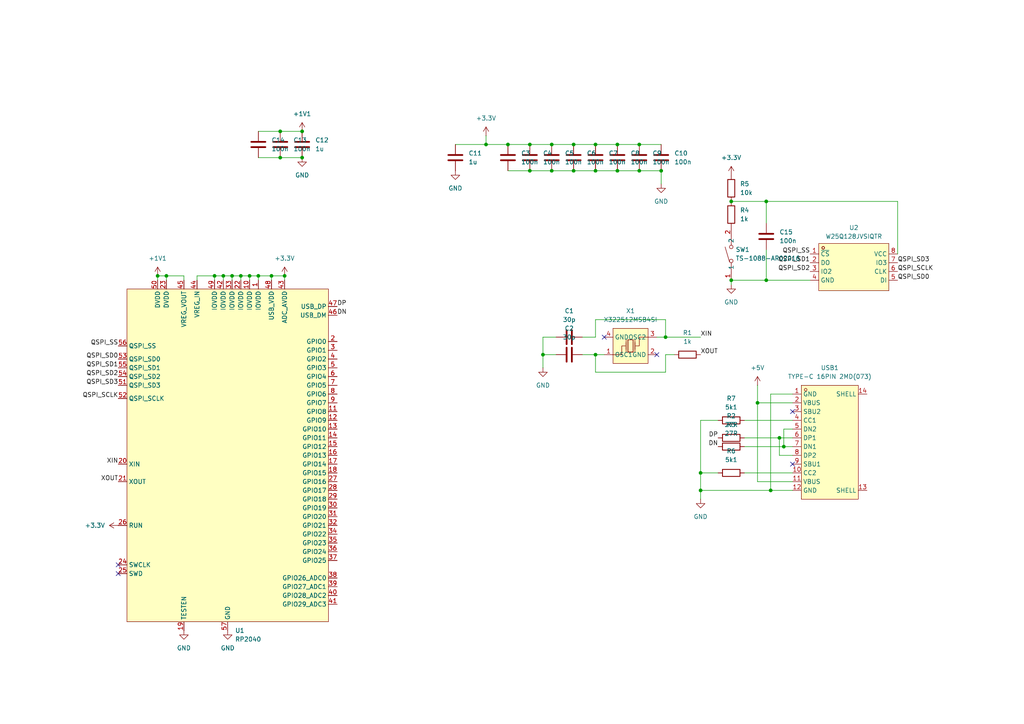
<source format=kicad_sch>
(kicad_sch (version 20250114) (generator "eeschema") (generator_version "9.0")
  (paper "A4")
  (lib_symbols
    (symbol "Device:C" (pin_numbers (hide yes)) (pin_names (offset 0.254))
      (property "Reference" "C" (at 0.635 2.54 0))
      (property "Value" "C" (at 0.635 -2.54 0))
      (symbol "C_0_1"
        (polyline (pts (xy -2.032 0.762) (xy 2.032 0.762)) (stroke (width 0.508)))
        (polyline (pts (xy -2.032 -0.762) (xy 2.032 -0.762)) (stroke (width 0.508)))
      )
      (symbol "C_1_1"
        (pin passive line (at 0 3.81 270) (length 2.794) (name "~") (number "1"))
        (pin passive line (at 0 -3.81 90) (length 2.794) (name "~") (number "2"))
      )
    )
    (symbol "Device:R" (pin_numbers (hide yes)) (pin_names (offset 0))
      (property "Reference" "R" (at 2.032 0 90))
      (property "Value" "R" (at 0 0 90))
      (symbol "R_0_1"
        (rectangle (start -1.016 -2.54) (end 1.016 2.54) (stroke (width 0.254)))
      )
      (symbol "R_1_1"
        (pin passive line (at 0 3.81 270) (length 1.27) (name "~") (number "1"))
        (pin passive line (at 0 -3.81 90) (length 1.27) (name "~") (number "2"))
      )
    )
    (symbol "easyeda2kicad:RP2040"
      (property "Reference" "U" (at 0 58.42 0))
      (property "Value" "RP2040" (at 0 -53.34 0))
      (symbol "RP2040_0_1"
        (rectangle (start -29.21 50.8) (end 29.21 -45.72) (fill (type background)))
        (pin bidirectional line (at -31.75 34.29 0) (length 2.54) (name "QSPI_SS") (number "56"))
        (pin bidirectional line (at -31.75 30.48 0) (length 2.54) (name "QSPI_SD0") (number "53"))
        (pin bidirectional line (at -31.75 27.94 0) (length 2.54) (name "QSPI_SD1") (number "55"))
        (pin bidirectional line (at -31.75 25.4 0) (length 2.54) (name "QSPI_SD2") (number "54"))
        (pin bidirectional line (at -31.75 22.86 0) (length 2.54) (name "QSPI_SD3") (number "51"))
        (pin output line (at -31.75 19.05 0) (length 2.54) (name "QSPI_SCLK") (number "52"))
        (pin input line (at -31.75 0 0) (length 2.54) (name "XIN") (number "20"))
        (pin unspecified line (at -31.75 -5.08 0) (length 2.54) (name "XOUT") (number "21"))
        (pin input line (at -31.75 -17.78 0) (length 2.54) (name "RUN") (number "26"))
        (pin output line (at -31.75 -29.21 0) (length 2.54) (name "SWCLK") (number "24"))
        (pin bidirectional line (at -31.75 -31.75 0) (length 2.54) (name "SWD") (number "25"))
        (pin bidirectional line (at -20.32 53.34 270) (length 2.54) (name "DVDD") (number "50"))
        (pin bidirectional line (at -17.78 53.34 270) (length 2.54) (name "DVDD") (number "23"))
        (pin bidirectional line (at -12.7 53.34 270) (length 2.54) (name "VREG_VOUT") (number "45"))
        (pin unspecified line (at -12.7 -48.26 90) (length 2.54) (name "TESTEN") (number "19"))
        (pin bidirectional line (at -8.89 53.34 270) (length 2.54) (name "VREG_IN") (number "44"))
        (pin bidirectional line (at -3.81 53.34 270) (length 2.54) (name "IOVDD") (number "49"))
        (pin bidirectional line (at -1.27 53.34 270) (length 2.54) (name "IOVDD") (number "42"))
        (pin bidirectional line (at 0 -48.26 90) (length 2.54) (name "GND") (number "57"))
        (pin bidirectional line (at 1.27 53.34 270) (length 2.54) (name "IOVDD") (number "33"))
        (pin bidirectional line (at 3.81 53.34 270) (length 2.54) (name "IOVDD") (number "22"))
        (pin bidirectional line (at 6.35 53.34 270) (length 2.54) (name "IOVDD") (number "10"))
        (pin bidirectional line (at 8.89 53.34 270) (length 2.54) (name "IOVDD") (number "1"))
        (pin bidirectional line (at 12.7 53.34 270) (length 2.54) (name "USB_VDD") (number "48"))
        (pin bidirectional line (at 16.51 53.34 270) (length 2.54) (name "ADC_AVDD") (number "43"))
        (pin bidirectional line (at 31.75 45.72 180) (length 2.54) (name "USB_DP") (number "47"))
        (pin bidirectional line (at 31.75 43.18 180) (length 2.54) (name "USB_DM") (number "46"))
        (pin bidirectional line (at 31.75 35.56 180) (length 2.54) (name "GPIO0") (number "2"))
        (pin bidirectional line (at 31.75 33.02 180) (length 2.54) (name "GPIO1") (number "3"))
        (pin bidirectional line (at 31.75 30.48 180) (length 2.54) (name "GPIO2") (number "4"))
        (pin bidirectional line (at 31.75 27.94 180) (length 2.54) (name "GPIO3") (number "5"))
        (pin bidirectional line (at 31.75 25.4 180) (length 2.54) (name "GPIO4") (number "6"))
        (pin bidirectional line (at 31.75 22.86 180) (length 2.54) (name "GPIO5") (number "7"))
        (pin bidirectional line (at 31.75 20.32 180) (length 2.54) (name "GPIO6") (number "8"))
        (pin bidirectional line (at 31.75 17.78 180) (length 2.54) (name "GPIO7") (number "9"))
        (pin bidirectional line (at 31.75 15.24 180) (length 2.54) (name "GPIO8") (number "11"))
        (pin bidirectional line (at 31.75 12.7 180) (length 2.54) (name "GPIO9") (number "12"))
        (pin bidirectional line (at 31.75 10.16 180) (length 2.54) (name "GPIO10") (number "13"))
        (pin bidirectional line (at 31.75 7.62 180) (length 2.54) (name "GPIO11") (number "14"))
        (pin bidirectional line (at 31.75 5.08 180) (length 2.54) (name "GPIO12") (number "15"))
        (pin bidirectional line (at 31.75 2.54 180) (length 2.54) (name "GPIO13") (number "16"))
        (pin bidirectional line (at 31.75 0 180) (length 2.54) (name "GPIO14") (number "17"))
        (pin bidirectional line (at 31.75 -2.54 180) (length 2.54) (name "GPIO15") (number "18"))
        (pin bidirectional line (at 31.75 -5.08 180) (length 2.54) (name "GPIO16") (number "27"))
        (pin bidirectional line (at 31.75 -7.62 180) (length 2.54) (name "GPIO17") (number "28"))
        (pin bidirectional line (at 31.75 -10.16 180) (length 2.54) (name "GPIO18") (number "29"))
        (pin bidirectional line (at 31.75 -12.7 180) (length 2.54) (name "GPIO19") (number "30"))
        (pin bidirectional line (at 31.75 -15.24 180) (length 2.54) (name "GPIO20") (number "31"))
        (pin bidirectional line (at 31.75 -17.78 180) (length 2.54) (name "GPIO21") (number "32"))
        (pin bidirectional line (at 31.75 -20.32 180) (length 2.54) (name "GPIO22") (number "34"))
        (pin bidirectional line (at 31.75 -22.86 180) (length 2.54) (name "GPIO23") (number "35"))
        (pin bidirectional line (at 31.75 -25.4 180) (length 2.54) (name "GPIO24") (number "36"))
        (pin bidirectional line (at 31.75 -27.94 180) (length 2.54) (name "GPIO25") (number "37"))
        (pin bidirectional line (at 31.75 -33.02 180) (length 2.54) (name "GPIO26_ADC0") (number "38"))
        (pin bidirectional line (at 31.75 -35.56 180) (length 2.54) (name "GPIO27_ADC1") (number "39"))
        (pin bidirectional line (at 31.75 -38.1 180) (length 2.54) (name "GPIO28_ADC2") (number "40"))
        (pin bidirectional line (at 31.75 -40.64 180) (length 2.54) (name "GPIO29_ADC3") (number "41"))
      )
    )
    (symbol "easyeda2kicad:TS-1088-AR02016"
      (property "Reference" "SW" (at 0 5.08 0))
      (property "Value" "TS-1088-AR02016" (at 0 -5.08 0))
      (symbol "TS-1088-AR02016_0_1"
        (polyline (pts (xy -5.08 0) (xy -2.54 0)))
        (polyline (pts (xy -2.29 0.51) (xy 2.03 1.78)))
        (circle (center -2.03 0) (radius 0.51))
        (circle (center 2.03 0) (radius 0.51))
        (polyline (pts (xy 5.08 0) (xy 2.54 0)))
        (pin unspecified line (at -7.62 0 0) (length 2.54) (name "1") (number "1"))
        (pin unspecified line (at 7.62 0 180) (length 2.54) (name "2") (number "2"))
      )
    )
    (symbol "easyeda2kicad:TYPE-C16PIN2MD(073)"
      (property "Reference" "USB" (at 0 19.05 0))
      (property "Value" "TYPE-C 16PIN 2MD(073)" (at 0 -19.05 0))
      (symbol "TYPE-C16PIN2MD(073)_0_1"
        (rectangle (start -8.89 16.51) (end 7.62 -16.51) (fill (type background)))
        (circle (center -7.62 15.24) (radius 0.38))
        (pin unspecified line (at -11.43 13.97 0) (length 2.54) (name "GND") (number "1"))
        (pin unspecified line (at -11.43 11.43 0) (length 2.54) (name "VBUS") (number "2"))
        (pin unspecified line (at -11.43 8.89 0) (length 2.54) (name "SBU2") (number "3"))
        (pin unspecified line (at -11.43 6.35 0) (length 2.54) (name "CC1") (number "4"))
        (pin unspecified line (at -11.43 3.81 0) (length 2.54) (name "DN2") (number "5"))
        (pin unspecified line (at -11.43 1.27 0) (length 2.54) (name "DP1") (number "6"))
        (pin unspecified line (at -11.43 -1.27 0) (length 2.54) (name "DN1") (number "7"))
        (pin unspecified line (at -11.43 -3.81 0) (length 2.54) (name "DP2") (number "8"))
        (pin unspecified line (at -11.43 -6.35 0) (length 2.54) (name "SBU1") (number "9"))
        (pin unspecified line (at -11.43 -8.89 0) (length 2.54) (name "CC2") (number "10"))
        (pin unspecified line (at -11.43 -11.43 0) (length 2.54) (name "VBUS") (number "11"))
        (pin unspecified line (at -11.43 -13.97 0) (length 2.54) (name "GND") (number "12"))
        (pin unspecified line (at 10.16 13.97 180) (length 2.54) (name "SHELL") (number "14"))
        (pin unspecified line (at 10.16 -13.97 180) (length 2.54) (name "SHELL") (number "13"))
      )
    )
    (symbol "easyeda2kicad:W25Q128JVSIQTR"
      (property "Reference" "U" (at 0 8.89 0))
      (property "Value" "W25Q128JVSIQTR" (at 0 -8.89 0))
      (symbol "W25Q128JVSIQTR_0_1"
        (rectangle (start -10.16 6.86) (end 10.16 -6.86) (fill (type background)))
        (circle (center -8.89 5.59) (radius 0.38))
        (circle (center -8.89 5.59) (radius 0.38))
        (pin unspecified line (at -12.7 3.81 0) (length 2.54) (name "~{CS}") (number "1"))
        (pin unspecified line (at -12.7 1.27 0) (length 2.54) (name "DO") (number "2"))
        (pin unspecified line (at -12.7 -1.27 0) (length 2.54) (name "IO2") (number "3"))
        (pin unspecified line (at -12.7 -3.81 0) (length 2.54) (name "GND") (number "4"))
        (pin unspecified line (at 12.7 3.81 180) (length 2.54) (name "VCC") (number "8"))
        (pin unspecified line (at 12.7 1.27 180) (length 2.54) (name "IO3") (number "7"))
        (pin unspecified line (at 12.7 -1.27 180) (length 2.54) (name "CLK") (number "6"))
        (pin unspecified line (at 12.7 -3.81 180) (length 2.54) (name "DI") (number "5"))
      )
    )
    (symbol "easyeda2kicad:X322512MSB4SI"
      (property "Reference" "X" (at 0 7.62 0))
      (property "Value" "X322512MSB4SI" (at 0 -7.62 0))
      (symbol "X322512MSB4SI_0_1"
        (rectangle (start -5.08 5.08) (end 5.08 -5.08) (fill (type background)))
        (polyline (pts (xy -5.08 -2.54) (xy -2.54 -2.54) (xy -2.54 0) (xy -1.52 0)))
        (polyline (pts (xy -1.27 -1.02) (xy -1.27 1.02)))
        (polyline (pts (xy -1.27 -1.78) (xy -1.27 1.78)))
        (polyline (pts (xy -0.76 -1.78) (xy -0.76 1.78) (xy 0.76 1.78) (xy 0.76 -1.78)))
        (polyline (pts (xy 0.76 1.78) (xy 0.76 -1.78) (xy -0.76 -1.78) (xy -0.76 1.78) (xy 0.76 1.78)) (fill (type background)))
        (polyline (pts (xy 0.76 -1.78) (xy -0.76 -1.78)))
        (polyline (pts (xy 1.27 -1.02) (xy 1.27 1.02)))
        (polyline (pts (xy 1.27 -1.78) (xy 1.27 1.78)))
        (polyline (pts (xy 5.08 2.54) (xy 2.54 2.54) (xy 2.54 0) (xy 1.52 0)))
        (pin unspecified line (at -7.62 2.54 0) (length 2.54) (name "GND") (number "4"))
        (pin unspecified line (at -7.62 -2.54 0) (length 2.54) (name "OSC1") (number "1"))
        (pin unspecified line (at 7.62 2.54 180) (length 2.54) (name "OSC2") (number "3"))
        (pin unspecified line (at 7.62 -2.54 180) (length 2.54) (name "GND") (number "2"))
      )
    )
    (symbol "power:+1V1" (power) (pin_numbers (hide yes)) (pin_names (offset 0) (hide yes))
      (property "Value" "+1V1" (at 0 3.556 0))
      (symbol "+1V1_0_1"
        (polyline (pts (xy -0.762 1.27) (xy 0 2.54)))
        (polyline (pts (xy 0 2.54) (xy 0.762 1.27)))
        (polyline (pts (xy 0 0) (xy 0 2.54)))
      )
      (symbol "+1V1_1_1"
        (pin power_in line (at 0 0 90) (length 0) (name "~") (number "1"))
      )
    )
    (symbol "power:+3.3V" (power) (pin_numbers (hide yes)) (pin_names (offset 0) (hide yes))
      (property "Value" "+3.3V" (at 0 3.556 0))
      (symbol "+3.3V_0_1"
        (polyline (pts (xy -0.762 1.27) (xy 0 2.54)))
        (polyline (pts (xy 0 2.54) (xy 0.762 1.27)))
        (polyline (pts (xy 0 0) (xy 0 2.54)))
      )
      (symbol "+3.3V_1_1"
        (pin power_in line (at 0 0 90) (length 0) (name "~") (number "1"))
      )
    )
    (symbol "power:+5V" (power) (pin_numbers (hide yes)) (pin_names (offset 0) (hide yes))
      (property "Value" "+5V" (at 0 3.556 0))
      (symbol "+5V_0_1"
        (polyline (pts (xy -0.762 1.27) (xy 0 2.54)))
        (polyline (pts (xy 0 2.54) (xy 0.762 1.27)))
        (polyline (pts (xy 0 0) (xy 0 2.54)))
      )
      (symbol "+5V_1_1"
        (pin power_in line (at 0 0 90) (length 0) (name "~") (number "1"))
      )
    )
    (symbol "power:GND" (power) (pin_numbers (hide yes)) (pin_names (offset 0) (hide yes))
      (property "Value" "GND" (at 0 -3.81 0))
      (symbol "GND_0_1"
        (polyline (pts (xy 0 0) (xy 0 -1.27) (xy 1.27 -1.27) (xy 0 -2.54) (xy -1.27 -1.27) (xy 0 -1.27)))
      )
      (symbol "GND_1_1"
        (pin power_in line (at 0 0 270) (length 0) (name "~") (number "1"))
      )
    )
  )
  (junction (at 212.09 58.42))
  (junction (at 74.93 80.01))
  (junction (at 67.31 80.01))
  (junction (at 82.55 80.01))
  (junction (at 212.09 81.28))
  (junction (at 64.77 80.01))
  (junction (at 160.02 41.91))
  (junction (at 222.25 58.42))
  (junction (at 179.07 41.91))
  (junction (at 48.26 80.01))
  (junction (at 87.63 45.72))
  (junction (at 147.32 41.91))
  (junction (at 227.33 129.54))
  (junction (at 179.07 49.53))
  (junction (at 157.48 102.87))
  (junction (at 223.52 142.24))
  (junction (at 72.39 80.01))
  (junction (at 45.72 80.01))
  (junction (at 78.74 80.01))
  (junction (at 166.37 41.91))
  (junction (at 81.28 38.1))
  (junction (at 222.25 81.28))
  (junction (at 191.77 49.53))
  (junction (at 203.2 137.16))
  (junction (at 140.97 41.91))
  (junction (at 81.28 45.72))
  (junction (at 166.37 49.53))
  (junction (at 153.67 41.91))
  (junction (at 69.85 80.01))
  (junction (at 219.71 116.84))
  (junction (at 153.67 49.53))
  (junction (at 203.2 142.24))
  (junction (at 160.02 49.53))
  (junction (at 87.63 38.1))
  (junction (at 185.42 41.91))
  (junction (at 172.72 41.91))
  (junction (at 226.06 127))
  (junction (at 193.04 97.79))
  (junction (at 172.72 102.87))
  (junction (at 172.72 49.53))
  (junction (at 185.42 49.53))
  (junction (at 62.23 80.01))
  (no_connect (at 34.29 166.37))
  (no_connect (at 34.29 163.83))
  (no_connect (at 229.87 119.38))
  (no_connect (at 229.87 134.62))
  (no_connect (at 190.5 102.87))
  (no_connect (at 175.26 97.79))
  (wire (pts (xy 160.02 49.53) (xy 166.37 49.53)))
  (wire (pts (xy 212.09 81.28) (xy 222.25 81.28)))
  (wire (pts (xy 172.72 97.79) (xy 168.91 97.79)))
  (wire (pts (xy 215.9 127) (xy 226.06 127)))
  (wire (pts (xy 222.25 72.39) (xy 222.25 81.28)))
  (wire (pts (xy 219.71 116.84) (xy 219.71 111.76)))
  (wire (pts (xy 203.2 137.16) (xy 208.28 137.16)))
  (wire (pts (xy 229.87 114.3) (xy 223.52 114.3)))
  (wire (pts (xy 147.32 49.53) (xy 153.67 49.53)))
  (wire (pts (xy 172.72 102.87) (xy 168.91 102.87)))
  (wire (pts (xy 81.28 38.1) (xy 87.63 38.1)))
  (wire (pts (xy 193.04 97.79) (xy 203.2 97.79)))
  (wire (pts (xy 226.06 127) (xy 229.87 127)))
  (wire (pts (xy 208.28 121.92) (xy 203.2 121.92)))
  (wire (pts (xy 222.25 58.42) (xy 222.25 64.77)))
  (wire (pts (xy 53.34 81.28) (xy 53.34 80.01)))
  (wire (pts (xy 195.58 102.87) (xy 193.04 102.87)))
  (wire (pts (xy 67.31 80.01) (xy 67.31 81.28)))
  (wire (pts (xy 193.04 102.87) (xy 193.04 107.95)))
  (wire (pts (xy 78.74 80.01) (xy 82.55 80.01)))
  (wire (pts (xy 62.23 80.01) (xy 64.77 80.01)))
  (wire (pts (xy 153.67 41.91) (xy 160.02 41.91)))
  (wire (pts (xy 229.87 132.08) (xy 226.06 132.08)))
  (wire (pts (xy 172.72 92.71) (xy 193.04 92.71)))
  (wire (pts (xy 166.37 49.53) (xy 172.72 49.53)))
  (wire (pts (xy 153.67 49.53) (xy 160.02 49.53)))
  (wire (pts (xy 53.34 80.01) (xy 48.26 80.01)))
  (wire (pts (xy 157.48 102.87) (xy 157.48 106.68)))
  (wire (pts (xy 215.9 137.16) (xy 229.87 137.16)))
  (wire (pts (xy 226.06 132.08) (xy 226.06 127)))
  (wire (pts (xy 219.71 116.84) (xy 229.87 116.84)))
  (wire (pts (xy 185.42 41.91) (xy 191.77 41.91)))
  (wire (pts (xy 140.97 41.91) (xy 147.32 41.91)))
  (wire (pts (xy 132.08 41.91) (xy 140.97 41.91)))
  (wire (pts (xy 193.04 92.71) (xy 193.04 97.79)))
  (wire (pts (xy 64.77 80.01) (xy 64.77 81.28)))
  (wire (pts (xy 172.72 102.87) (xy 175.26 102.87)))
  (wire (pts (xy 215.9 121.92) (xy 229.87 121.92)))
  (wire (pts (xy 82.55 80.01) (xy 82.55 81.28)))
  (wire (pts (xy 223.52 114.3) (xy 223.52 142.24)))
  (wire (pts (xy 260.35 73.66) (xy 260.35 58.42)))
  (wire (pts (xy 172.72 41.91) (xy 179.07 41.91)))
  (wire (pts (xy 179.07 49.53) (xy 185.42 49.53)))
  (wire (pts (xy 161.29 102.87) (xy 157.48 102.87)))
  (wire (pts (xy 260.35 58.42) (xy 222.25 58.42)))
  (wire (pts (xy 161.29 97.79) (xy 157.48 97.79)))
  (wire (pts (xy 172.72 49.53) (xy 179.07 49.53)))
  (wire (pts (xy 223.52 142.24) (xy 229.87 142.24)))
  (wire (pts (xy 222.25 58.42) (xy 212.09 58.42)))
  (wire (pts (xy 48.26 80.01) (xy 45.72 80.01)))
  (wire (pts (xy 74.93 38.1) (xy 81.28 38.1)))
  (wire (pts (xy 212.09 82.55) (xy 212.09 81.28)))
  (wire (pts (xy 203.2 121.92) (xy 203.2 137.16)))
  (wire (pts (xy 74.93 80.01) (xy 78.74 80.01)))
  (wire (pts (xy 157.48 97.79) (xy 157.48 102.87)))
  (wire (pts (xy 227.33 124.46) (xy 227.33 129.54)))
  (wire (pts (xy 172.72 97.79) (xy 172.72 92.71)))
  (wire (pts (xy 64.77 80.01) (xy 67.31 80.01)))
  (wire (pts (xy 222.25 81.28) (xy 234.95 81.28)))
  (wire (pts (xy 81.28 45.72) (xy 87.63 45.72)))
  (wire (pts (xy 190.5 97.79) (xy 193.04 97.79)))
  (wire (pts (xy 140.97 39.37) (xy 140.97 41.91)))
  (wire (pts (xy 166.37 41.91) (xy 172.72 41.91)))
  (wire (pts (xy 203.2 142.24) (xy 223.52 142.24)))
  (wire (pts (xy 74.93 80.01) (xy 74.93 81.28)))
  (wire (pts (xy 203.2 142.24) (xy 203.2 144.78)))
  (wire (pts (xy 57.15 81.28) (xy 57.15 80.01)))
  (wire (pts (xy 160.02 41.91) (xy 166.37 41.91)))
  (wire (pts (xy 215.9 129.54) (xy 227.33 129.54)))
  (wire (pts (xy 74.93 45.72) (xy 81.28 45.72)))
  (wire (pts (xy 229.87 139.7) (xy 219.71 139.7)))
  (wire (pts (xy 57.15 80.01) (xy 62.23 80.01)))
  (wire (pts (xy 69.85 80.01) (xy 69.85 81.28)))
  (wire (pts (xy 69.85 80.01) (xy 72.39 80.01)))
  (wire (pts (xy 193.04 107.95) (xy 172.72 107.95)))
  (wire (pts (xy 67.31 80.01) (xy 69.85 80.01)))
  (wire (pts (xy 185.42 49.53) (xy 191.77 49.53)))
  (wire (pts (xy 72.39 80.01) (xy 72.39 81.28)))
  (wire (pts (xy 72.39 80.01) (xy 74.93 80.01)))
  (wire (pts (xy 229.87 124.46) (xy 227.33 124.46)))
  (wire (pts (xy 219.71 139.7) (xy 219.71 116.84)))
  (wire (pts (xy 147.32 41.91) (xy 153.67 41.91)))
  (wire (pts (xy 62.23 80.01) (xy 62.23 81.28)))
  (wire (pts (xy 172.72 107.95) (xy 172.72 102.87)))
  (wire (pts (xy 48.26 80.01) (xy 48.26 81.28)))
  (wire (pts (xy 179.07 41.91) (xy 185.42 41.91)))
  (wire (pts (xy 45.72 80.01) (xy 45.72 81.28)))
  (wire (pts (xy 227.33 129.54) (xy 229.87 129.54)))
  (wire (pts (xy 191.77 49.53) (xy 191.77 53.34)))
  (wire (pts (xy 78.74 80.01) (xy 78.74 81.28)))
  (wire (pts (xy 203.2 137.16) (xy 203.2 142.24)))
  (label "QSPI_SD3" (at 260.35 76.2 0))
  (label "XOUT" (at 34.29 139.7 180))
  (label "QSPI_SCLK" (at 260.35 78.74 0))
  (label "QSPI_SS" (at 234.95 73.66 180))
  (label "QSPI_SCLK" (at 34.29 115.57 180))
  (label "QSPI_SS" (at 34.29 100.33 180))
  (label "QSPI_SD1" (at 34.29 106.68 180))
  (label "DP" (at 208.28 127 180))
  (label "DP" (at 97.79 88.9 0))
  (label "DN" (at 208.28 129.54 180))
  (label "XIN" (at 203.2 97.79 0))
  (label "XIN" (at 34.29 134.62 180))
  (label "QSPI_SD0" (at 34.29 104.14 180))
  (label "DN" (at 97.79 91.44 0))
  (label "QSPI_SD0" (at 260.35 81.28 0))
  (label "QSPI_SD1" (at 234.95 76.2 180))
  (label "QSPI_SD2" (at 234.95 78.74 180))
  (label "QSPI_SD2" (at 34.29 109.22 180))
  (label "QSPI_SD3" (at 34.29 111.76 180))
  (label "XOUT" (at 203.2 102.87 0))
  (symbol (lib_id "Device:C") (at 222.25 68.58 0) (unit 1)
    (property "Reference" "C15" (at 226.06 67.3099 0) (effects (justify left)))
    (property "Value" "100n" (at 226.06 69.8499 0) (effects (justify left)))
    (property "Footprint" "Capacitor_SMD:C_0603_1608Metric" (effects (hide yes)))
    (property "Description" "Unpolarized capacitor" (effects (hide yes)))
  )
  (symbol (lib_id "power:+3.3V") (at 82.55 80.01 0) (unit 1)
    (property "Reference" "#PWR08" (effects (hide yes)))
    (property "Value" "+3.3V" (at 82.55 74.93 0))
    (property "Description" "Power symbol creates a global label with name \"+3.3V\"" (effects (hide yes)))
  )
  (symbol (lib_id "Device:R") (at 199.39 102.87 90) (unit 1)
    (property "Reference" "R1" (at 199.39 96.52 90))
    (property "Value" "1k" (at 199.39 99.06 90))
    (property "Footprint" "Resistor_SMD:R_0603_1608Metric" (effects (hide yes)))
    (property "Description" "Resistor" (effects (hide yes)))
  )
  (symbol (lib_id "Device:C") (at 166.37 45.72 0) (unit 1)
    (property "Reference" "C6" (at 170.18 44.4499 0) (effects (justify left)))
    (property "Value" "100n" (at 170.18 46.9899 0) (effects (justify left)))
    (property "Footprint" "Capacitor_SMD:C_0603_1608Metric" (effects (hide yes)))
    (property "Description" "Unpolarized capacitor" (effects (hide yes)))
  )
  (symbol (lib_id "power:GND") (at 191.77 53.34 0) (unit 1)
    (property "Reference" "#PWR03" (effects (hide yes)))
    (property "Value" "GND" (at 191.77 58.42 0))
    (property "Description" "Power symbol creates a global label with name \"GND\" , ground" (effects (hide yes)))
  )
  (symbol (lib_id "Device:R") (at 212.09 54.61 0) (unit 1)
    (property "Reference" "R5" (at 214.63 53.3399 0) (effects (justify left)))
    (property "Value" "10k" (at 214.63 55.8799 0) (effects (justify left)))
    (property "Footprint" "Resistor_SMD:R_0603_1608Metric" (effects (hide yes)))
    (property "Description" "Resistor" (effects (hide yes)))
  )
  (symbol (lib_id "Device:R") (at 212.09 127 90) (unit 1)
    (property "Reference" "R2" (at 212.09 120.65 90))
    (property "Value" "27R" (at 212.09 123.19 90))
    (property "Footprint" "Resistor_SMD:R_0603_1608Metric" (effects (hide yes)))
    (property "Description" "Resistor" (effects (hide yes)))
  )
  (symbol (lib_id "Device:R") (at 212.09 62.23 0) (unit 1)
    (property "Reference" "R4" (at 214.63 60.9599 0) (effects (justify left)))
    (property "Value" "1k" (at 214.63 63.4999 0) (effects (justify left)))
    (property "Footprint" "Resistor_SMD:R_0603_1608Metric" (effects (hide yes)))
    (property "Description" "Resistor" (effects (hide yes)))
  )
  (symbol (lib_id "power:GND") (at 53.34 182.88 0) (unit 1)
    (property "Reference" "#PWR015" (effects (hide yes)))
    (property "Value" "GND" (at 53.34 187.96 0))
    (property "Description" "Power symbol creates a global label with name \"GND\" , ground" (effects (hide yes)))
  )
  (symbol (lib_id "Device:C") (at 153.67 45.72 0) (unit 1)
    (property "Reference" "C4" (at 157.48 44.4499 0) (effects (justify left)))
    (property "Value" "100n" (at 157.48 46.9899 0) (effects (justify left)))
    (property "Footprint" "Capacitor_SMD:C_0603_1608Metric" (effects (hide yes)))
    (property "Description" "Unpolarized capacitor" (effects (hide yes)))
  )
  (symbol (lib_id "power:GND") (at 157.48 106.68 0) (unit 1)
    (property "Reference" "#PWR01" (effects (hide yes)))
    (property "Value" "GND" (at 157.48 111.76 0))
    (property "Description" "Power symbol creates a global label with name \"GND\" , ground" (effects (hide yes)))
  )
  (symbol (lib_id "Device:C") (at 160.02 45.72 0) (unit 1)
    (property "Reference" "C5" (at 163.83 44.4499 0) (effects (justify left)))
    (property "Value" "100n" (at 163.83 46.9899 0) (effects (justify left)))
    (property "Footprint" "Capacitor_SMD:C_0603_1608Metric" (effects (hide yes)))
    (property "Description" "Unpolarized capacitor" (effects (hide yes)))
  )
  (symbol (lib_id "Device:C") (at 132.08 45.72 0) (unit 1)
    (property "Reference" "C11" (at 135.89 44.4499 0) (effects (justify left)))
    (property "Value" "1u" (at 135.89 46.9899 0) (effects (justify left)))
    (property "Footprint" "Capacitor_SMD:C_0603_1608Metric" (effects (hide yes)))
    (property "Description" "Unpolarized capacitor" (effects (hide yes)))
  )
  (symbol (lib_id "Device:R") (at 212.09 121.92 90) (unit 1)
    (property "Reference" "R7" (at 212.09 115.57 90))
    (property "Value" "5k1" (at 212.09 118.11 90))
    (property "Footprint" "Resistor_SMD:R_0603_1608Metric" (effects (hide yes)))
    (property "Description" "Resistor" (effects (hide yes)))
  )
  (symbol (lib_id "easyeda2kicad:W25Q128JVSIQTR") (at 247.65 77.47 0) (unit 1)
    (property "Reference" "U2" (at 247.65 66.04 0))
    (property "Value" "W25Q128JVSIQTR" (at 247.65 68.58 0))
    (property "Footprint" "easyeda2kicad:SOIC-8_L5.3-W5.3-P1.27-LS8.0-BL" (effects (hide yes)))
    (property "Datasheet" "https://lcsc.com/product-detail/FLASH_W25Q128JVSIQTR_C97521.html" (effects (hide yes)))
    (property "LCSC Part" "C97521" (effects (hide yes)))
  )
  (symbol (lib_id "power:+5V") (at 219.71 111.76 0) (unit 1)
    (property "Reference" "#PWR012" (effects (hide yes)))
    (property "Value" "+5V" (at 219.71 106.68 0))
    (property "Description" "Power symbol creates a global label with name \"+5V\"" (effects (hide yes)))
  )
  (symbol (lib_id "power:+3.3V") (at 212.09 50.8 0) (unit 1)
    (property "Reference" "#PWR010" (effects (hide yes)))
    (property "Value" "+3.3V" (at 212.09 45.72 0))
    (property "Description" "Power symbol creates a global label with name \"+3.3V\"" (effects (hide yes)))
  )
  (symbol (lib_id "Device:R") (at 212.09 137.16 90) (unit 1)
    (property "Reference" "R6" (at 212.09 130.81 90))
    (property "Value" "5k1" (at 212.09 133.35 90))
    (property "Footprint" "Resistor_SMD:R_0603_1608Metric" (effects (hide yes)))
    (property "Description" "Resistor" (effects (hide yes)))
  )
  (symbol (lib_id "power:GND") (at 212.09 82.55 0) (unit 1)
    (property "Reference" "#PWR011" (effects (hide yes)))
    (property "Value" "GND" (at 212.09 87.63 0))
    (property "Description" "Power symbol creates a global label with name \"GND\" , ground" (effects (hide yes)))
  )
  (symbol (lib_id "Device:C") (at 179.07 45.72 0) (unit 1)
    (property "Reference" "C8" (at 182.88 44.4499 0) (effects (justify left)))
    (property "Value" "100n" (at 182.88 46.9899 0) (effects (justify left)))
    (property "Footprint" "Capacitor_SMD:C_0603_1608Metric" (effects (hide yes)))
    (property "Description" "Unpolarized capacitor" (effects (hide yes)))
  )
  (symbol (lib_id "Device:C") (at 81.28 41.91 0) (unit 1)
    (property "Reference" "C13" (at 85.09 40.6399 0) (effects (justify left)))
    (property "Value" "100n" (at 85.09 43.1799 0) (effects (justify left)))
    (property "Footprint" "Capacitor_SMD:C_0603_1608Metric" (effects (hide yes)))
    (property "Description" "Unpolarized capacitor" (effects (hide yes)))
  )
  (symbol (lib_id "Device:C") (at 74.93 41.91 0) (unit 1)
    (property "Reference" "C14" (at 78.74 40.6399 0) (effects (justify left)))
    (property "Value" "100n" (at 78.74 43.1799 0) (effects (justify left)))
    (property "Footprint" "Capacitor_SMD:C_0603_1608Metric" (effects (hide yes)))
    (property "Description" "Unpolarized capacitor" (effects (hide yes)))
  )
  (symbol (lib_id "Device:C") (at 191.77 45.72 0) (unit 1)
    (property "Reference" "C10" (at 195.58 44.4499 0) (effects (justify left)))
    (property "Value" "100n" (at 195.58 46.9899 0) (effects (justify left)))
    (property "Footprint" "Capacitor_SMD:C_0603_1608Metric" (effects (hide yes)))
    (property "Description" "Unpolarized capacitor" (effects (hide yes)))
  )
  (symbol (lib_id "easyeda2kicad:RP2040") (at 66.04 134.62 0) (unit 1)
    (property "Reference" "U1" (at 68.1833 182.88 0) (effects (justify left)))
    (property "Value" "RP2040" (at 68.1833 185.42 0) (effects (justify left)))
    (property "Footprint" "easyeda2kicad:LQFN-56_L7.0-W7.0-P0.4-EP" (effects (hide yes)))
    (property "LCSC Part" "C2040" (effects (hide yes)))
  )
  (symbol (lib_id "power:+3.3V") (at 34.29 152.4 90) (unit 1)
    (property "Reference" "#PWR07" (effects (hide yes)))
    (property "Value" "+3.3V" (at 30.48 152.3999 90) (effects (justify left)))
    (property "Description" "Power symbol creates a global label with name \"+3.3V\"" (effects (hide yes)))
  )
  (symbol (lib_id "power:GND") (at 132.08 49.53 0) (unit 1)
    (property "Reference" "#PWR04" (effects (hide yes)))
    (property "Value" "GND" (at 132.08 54.61 0))
    (property "Description" "Power symbol creates a global label with name \"GND\" , ground" (effects (hide yes)))
  )
  (symbol (lib_id "Device:C") (at 165.1 102.87 90) (unit 1)
    (property "Reference" "C2" (at 165.1 95.25 90))
    (property "Value" "30p" (at 165.1 97.79 90))
    (property "Footprint" "Capacitor_SMD:C_0603_1608Metric" (effects (hide yes)))
    (property "Description" "Unpolarized capacitor" (effects (hide yes)))
  )
  (symbol (lib_id "Device:C") (at 87.63 41.91 0) (unit 1)
    (property "Reference" "C12" (at 91.44 40.6399 0) (effects (justify left)))
    (property "Value" "1u" (at 91.44 43.1799 0) (effects (justify left)))
    (property "Footprint" "Capacitor_SMD:C_0603_1608Metric" (effects (hide yes)))
    (property "Description" "Unpolarized capacitor" (effects (hide yes)))
  )
  (symbol (lib_id "easyeda2kicad:TS-1088-AR02016") (at 212.09 73.66 90) (unit 1)
    (property "Reference" "SW1" (at 213.36 72.3899 90) (effects (justify right)))
    (property "Value" "TS-1088-AR02016" (at 213.36 74.9299 90) (effects (justify right)))
    (property "Footprint" "easyeda2kicad:SW-SMD_L3.9-W3.0-P4.45" (effects (hide yes)))
    (property "Datasheet" "https://lcsc.com/product-detail/Tactile-Switches_XUNPU-TS-1088-AR02016_C720477.html" (effects (hide yes)))
    (property "LCSC Part" "C720477" (effects (hide yes)))
  )
  (symbol (lib_id "Device:R") (at 212.09 129.54 90) (unit 1)
    (property "Reference" "R3" (at 212.09 123.19 90))
    (property "Value" "27R" (at 212.09 125.73 90))
    (property "Footprint" "Resistor_SMD:R_0603_1608Metric" (effects (hide yes)))
    (property "Description" "Resistor" (effects (hide yes)))
  )
  (symbol (lib_id "easyeda2kicad:TYPE-C16PIN2MD(073)") (at 241.3 128.27 0) (unit 1)
    (property "Reference" "USB1" (at 240.665 106.68 0))
    (property "Value" "TYPE-C 16PIN 2MD(073)" (at 240.665 109.22 0))
    (property "Footprint" "easyeda2kicad:USB-C-SMD_TYPE-C-6PIN-2MD-073" (effects (hide yes)))
    (property "LCSC Part" "C2765186" (effects (hide yes)))
  )
  (symbol (lib_id "power:GND") (at 87.63 45.72 0) (unit 1)
    (property "Reference" "#PWR06" (effects (hide yes)))
    (property "Value" "GND" (at 87.63 50.8 0))
    (property "Description" "Power symbol creates a global label with name \"GND\" , ground" (effects (hide yes)))
  )
  (symbol (lib_id "power:GND") (at 203.2 144.78 0) (unit 1)
    (property "Reference" "#PWR013" (effects (hide yes)))
    (property "Value" "GND" (at 203.2 149.86 0))
    (property "Description" "Power symbol creates a global label with name \"GND\" , ground" (effects (hide yes)))
  )
  (symbol (lib_id "Device:C") (at 147.32 45.72 0) (unit 1)
    (property "Reference" "C3" (at 151.13 44.4499 0) (effects (justify left)))
    (property "Value" "100n" (at 151.13 46.9899 0) (effects (justify left)))
    (property "Footprint" "Capacitor_SMD:C_0603_1608Metric" (effects (hide yes)))
    (property "Description" "Unpolarized capacitor" (effects (hide yes)))
  )
  (symbol (lib_id "Device:C") (at 185.42 45.72 0) (unit 1)
    (property "Reference" "C9" (at 189.23 44.4499 0) (effects (justify left)))
    (property "Value" "100n" (at 189.23 46.9899 0) (effects (justify left)))
    (property "Footprint" "Capacitor_SMD:C_0603_1608Metric" (effects (hide yes)))
    (property "Description" "Unpolarized capacitor" (effects (hide yes)))
  )
  (symbol (lib_id "Device:C") (at 172.72 45.72 0) (unit 1)
    (property "Reference" "C7" (at 176.53 44.4499 0) (effects (justify left)))
    (property "Value" "100n" (at 176.53 46.9899 0) (effects (justify left)))
    (property "Footprint" "Capacitor_SMD:C_0603_1608Metric" (effects (hide yes)))
    (property "Description" "Unpolarized capacitor" (effects (hide yes)))
  )
  (symbol (lib_id "Device:C") (at 165.1 97.79 90) (unit 1)
    (property "Reference" "C1" (at 165.1 90.17 90))
    (property "Value" "30p" (at 165.1 92.71 90))
    (property "Footprint" "Capacitor_SMD:C_0603_1608Metric" (effects (hide yes)))
    (property "Description" "Unpolarized capacitor" (effects (hide yes)))
  )
  (symbol (lib_id "power:+1V1") (at 87.63 38.1 0) (unit 1)
    (property "Reference" "#PWR05" (effects (hide yes)))
    (property "Value" "+1V1" (at 87.63 33.02 0))
    (property "Description" "Power symbol creates a global label with name \"+1V1\"" (effects (hide yes)))
  )
  (symbol (lib_id "power:+1V1") (at 45.72 80.01 0) (unit 1)
    (property "Reference" "#PWR09" (effects (hide yes)))
    (property "Value" "+1V1" (at 45.72 74.93 0))
    (property "Description" "Power symbol creates a global label with name \"+1V1\"" (effects (hide yes)))
  )
  (symbol (lib_id "easyeda2kicad:X322512MSB4SI") (at 182.88 100.33 0) (unit 1)
    (property "Reference" "X1" (at 182.88 90.17 0))
    (property "Value" "X322512MSB4SI" (at 182.88 92.71 0))
    (property "Footprint" "easyeda2kicad:CRYSTAL-SMD_4P-L3.2-W2.5-BL" (effects (hide yes)))
    (property "Datasheet" "https://lcsc.com/product-detail/SMD-Crystals_YSX321SL-12MHZ-20PF-10PPM-40-85_C9002.html" (effects (hide yes)))
    (property "LCSC Part" "C9002" (effects (hide yes)))
  )
  (symbol (lib_id "power:GND") (at 66.04 182.88 0) (unit 1)
    (property "Reference" "#PWR014" (effects (hide yes)))
    (property "Value" "GND" (at 66.04 187.96 0))
    (property "Description" "Power symbol creates a global label with name \"GND\" , ground" (effects (hide yes)))
  )
  (symbol (lib_id "power:+3.3V") (at 140.97 39.37 0) (unit 1)
    (property "Reference" "#PWR02" (effects (hide yes)))
    (property "Value" "+3.3V" (at 140.97 34.29 0))
    (property "Description" "Power symbol creates a global label with name \"+3.3V\"" (effects (hide yes)))
  )
)
</source>
